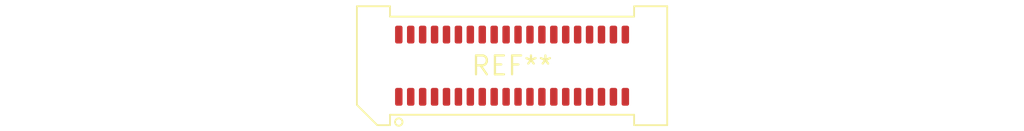
<source format=kicad_pcb>
(kicad_pcb (version 20240108) (generator pcbnew)
  (layers (0 "F.Cu" signal) (31 "B.Cu" signal) (34 "B.Paste" user) (35 "F.Paste" user) (36 "B.SilkS" user "B.Silkscreen") (37 "F.SilkS" user "F.Silkscreen") (38 "B.Mask" user) (39 "F.Mask" user) (44 "Edge.Cuts" user))
  (net 0 "")
  (footprint "Samtec_HSEC8-120-03-X-DV-A_2x20_P0.8mm_Socket_AlignmentPins" (layer "F.Cu") (at 0 0)
    (property "Reference" "REF**")
    (property "Value" "Samtec_HSEC8-120-03-X-DV-A_2x20_P0.8mm_Socket_AlignmentPins")
    (fp_line (start -10.41 -4.005) (end -8.19 -4.005) (layer "F.SilkS") (stroke (width 0.12)))
    (fp_line (start -10.41 2.640563) (end -10.41 -4.005) (layer "F.SilkS") (stroke (width 0.12)))
    (fp_line (start -9.045563 4.005) (end -10.41 2.640563) (layer "F.SilkS") (stroke (width 0.12)))
    (fp_line (start -8.19 -4.005) (end -8.19 -3.305) (layer "F.SilkS") (stroke (width 0.12)))
    (fp_line (start -8.19 -3.305) (end 8.19 -3.305) (layer "F.SilkS") (stroke (width 0.12)))
    (fp_line (start -8.19 3.305) (end -8.19 4.005) (layer "F.SilkS") (stroke (width 0.12)))
    (fp_line (start -8.19 4.005) (end -9.045563 4.005) (layer "F.SilkS") (stroke (width 0.12)))
    (fp_line (start 8.19 -4.005) (end 10.41 -4.005) (layer "F.SilkS") (stroke (width 0.12)))
    (fp_line (start 8.19 -3.305) (end 8.19 -4.005) (layer "F.SilkS") (stroke (width 0.12)))
    (fp_line (start 8.19 3.305) (end -8.19 3.305) (layer "F.SilkS") (stroke (width 0.12)))
    (fp_line (start 8.19 4.005) (end 8.19 3.305) (layer "F.SilkS") (stroke (width 0.12)))
    (fp_line (start 10.41 -4.005) (end 10.41 4.005) (layer "F.SilkS") (stroke (width 0.12)))
    (fp_line (start 10.41 4.005) (end 8.19 4.005) (layer "F.SilkS") (stroke (width 0.12)))
    (fp_arc (start -7.35 3.795) (mid -7.85 3.795) (end -7.35 3.795) (layer "F.SilkS") (stroke (width 0.12)))
    (pad "" np_thru_hole circle (at -9.1 1.5) (size 1.27 1.27) (drill 1.27) (layers *.Cu *.Mask))
    (pad "" np_thru_hole circle (at 9.1 0) (size 1.27 1.27) (drill 1.27) (layers *.Cu *.Mask))
    (pad "1" smd roundrect (at -7.6 2.095) (size 0.5 1.2) (layers "F.Cu" "F.Paste" "F.Mask"))
    (pad "2" smd roundrect (at -7.6 -2.095) (size 0.5 1.2) (layers "F.Cu" "F.Paste" "F.Mask"))
    (pad "3" smd roundrect (at -6.8 2.095) (size 0.5 1.2) (layers "F.Cu" "F.Paste" "F.Mask"))
    (pad "4" smd roundrect (at -6.8 -2.095) (size 0.5 1.2) (layers "F.Cu" "F.Paste" "F.Mask"))
    (pad "5" smd roundrect (at -6 2.095) (size 0.5 1.2) (layers "F.Cu" "F.Paste" "F.Mask"))
    (pad "6" smd roundrect (at -6 -2.095) (size 0.5 1.2) (layers "F.Cu" "F.Paste" "F.Mask"))
    (pad "7" smd roundrect (at -5.2 2.095) (size 0.5 1.2) (layers "F.Cu" "F.Paste" "F.Mask"))
    (pad "8" smd roundrect (at -5.2 -2.095) (size 0.5 1.2) (layers "F.Cu" "F.Paste" "F.Mask"))
    (pad "9" smd roundrect (at -4.4 2.095) (size 0.5 1.2) (layers "F.Cu" "F.Paste" "F.Mask"))
    (pad "10" smd roundrect (at -4.4 -2.095) (size 0.5 1.2) (layers "F.Cu" "F.Paste" "F.Mask"))
    (pad "11" smd roundrect (at -3.6 2.095) (size 0.5 1.2) (layers "F.Cu" "F.Paste" "F.Mask"))
    (pad "12" smd roundrect (at -3.6 -2.095) (size 0.5 1.2) (layers "F.Cu" "F.Paste" "F.Mask"))
    (pad "13" smd roundrect (at -2.8 2.095) (size 0.5 1.2) (layers "F.Cu" "F.Paste" "F.Mask"))
    (pad "14" smd roundrect (at -2.8 -2.095) (size 0.5 1.2) (layers "F.Cu" "F.Paste" "F.Mask"))
    (pad "15" smd roundrect (at -2 2.095) (size 0.5 1.2) (layers "F.Cu" "F.Paste" "F.Mask"))
    (pad "16" smd roundrect (at -2 -2.095) (size 0.5 1.2) (layers "F.Cu" "F.Paste" "F.Mask"))
    (pad "17" smd roundrect (at -1.2 2.095) (size 0.5 1.2) (layers "F.Cu" "F.Paste" "F.Mask"))
    (pad "18" smd roundrect (at -1.2 -2.095) (size 0.5 1.2) (layers "F.Cu" "F.Paste" "F.Mask"))
    (pad "19" smd roundrect (at -0.4 2.095) (size 0.5 1.2) (layers "F.Cu" "F.Paste" "F.Mask"))
    (pad "20" smd roundrect (at -0.4 -2.095) (size 0.5 1.2) (layers "F.Cu" "F.Paste" "F.Mask"))
    (pad "21" smd roundrect (at 0.4 2.095) (size 0.5 1.2) (layers "F.Cu" "F.Paste" "F.Mask"))
    (pad "22" smd roundrect (at 0.4 -2.095) (size 0.5 1.2) (layers "F.Cu" "F.Paste" "F.Mask"))
    (pad "23" smd roundrect (at 1.2 2.095) (size 0.5 1.2) (layers "F.Cu" "F.Paste" "F.Mask"))
    (pad "24" smd roundrect (at 1.2 -2.095) (size 0.5 1.2) (layers "F.Cu" "F.Paste" "F.Mask"))
    (pad "25" smd roundrect (at 2 2.095) (size 0.5 1.2) (layers "F.Cu" "F.Paste" "F.Mask"))
    (pad "26" smd roundrect (at 2 -2.095) (size 0.5 1.2) (layers "F.Cu" "F.Paste" "F.Mask"))
    (pad "27" smd roundrect (at 2.8 2.095) (size 0.5 1.2) (layers "F.Cu" "F.Paste" "F.Mask"))
    (pad "28" smd roundrect (at 2.8 -2.095) (size 0.5 1.2) (layers "F.Cu" "F.Paste" "F.Mask"))
    (pad "29" smd roundrect (at 3.6 2.095) (size 0.5 1.2) (layers "F.Cu" "F.Paste" "F.Mask"))
    (pad "30" smd roundrect (at 3.6 -2.095) (size 0.5 1.2) (layers "F.Cu" "F.Paste" "F.Mask"))
    (pad "31" smd roundrect (at 4.4 2.095) (size 0.5 1.2) (layers "F.Cu" "F.Paste" "F.Mask"))
    (pad "32" smd roundrect (at 4.4 -2.095) (size 0.5 1.2) (layers "F.Cu" "F.Paste" "F.Mask"))
    (pad "33" smd roundrect (at 5.2 2.095) (size 0.5 1.2) (layers "F.Cu" "F.Paste" "F.Mask"))
    (pad "34" smd roundrect (at 5.2 -2.095) (size 0.5 1.2) (layers "F.Cu" "F.Paste" "F.Mask"))
    (pad "35" smd roundrect (at 6 2.095) (size 0.5 1.2) (layers "F.Cu" "F.Paste" "F.Mask"))
    (pad "36" smd roundrect (at 6 -2.095) (size 0.5 1.2) (layers "F.Cu" "F.Paste" "F.Mask"))
    (pad "37" smd roundrect (at 6.8 2.095) (size 0.5 1.2) (layers "F.Cu" "F.Paste" "F.Mask"))
    (pad "38" smd roundrect (at 6.8 -2.095) (size 0.5 1.2) (layers "F.Cu" "F.Paste" "F.Mask"))
    (pad "39" smd roundrect (at 7.6 2.095) (size 0.5 1.2) (layers "F.Cu" "F.Paste" "F.Mask"))
    (pad "40" smd roundrect (at 7.6 -2.095) (size 0.5 1.2) (layers "F.Cu" "F.Paste" "F.Mask"))
  )
)
</source>
